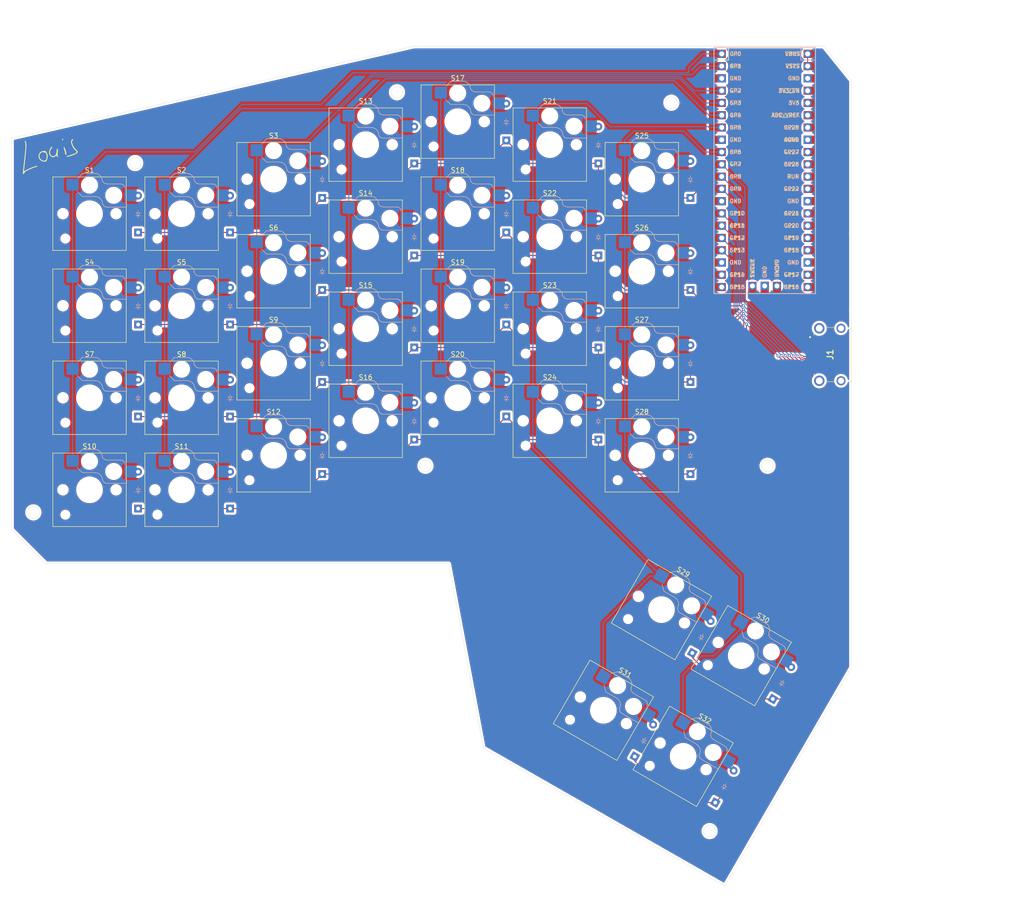
<source format=kicad_pcb>
(kicad_pcb (version 20241229) (generator "pcbnew") (generator_version "9.0")
  (layers (0 "F.Cu" signal) (2 "B.Cu" signal) (13 "F.Paste" user) (15 "B.Paste" user) (5 "F.SilkS" user "F.Silkscreen") (7 "B.SilkS" user "B.Silkscreen") (1 "F.Mask" user) (3 "B.Mask" user) (25 "Edge.Cuts" user))
  (net 0 "")
  (net 1 "Net-(D1-A)")
  (net 2 "Row 0")
  (net 3 "Net-(D2-A)")
  (net 4 "Net-(D3-A)")
  (net 5 "Row 1")
  (net 6 "Net-(D4-A)")
  (net 7 "Net-(D5-A)")
  (net 8 "Net-(D6-A)")
  (net 9 "Net-(D7-A)")
  (net 10 "Row 2")
  (net 11 "Net-(D8-A)")
  (net 12 "Net-(D9-A)")
  (net 13 "Row 3")
  (net 14 "Net-(D10-A)")
  (net 15 "Net-(D11-A)")
  (net 16 "Net-(D12-A)")
  (net 17 "Net-(D13-A)")
  (net 18 "Net-(D14-A)")
  (net 19 "Net-(D15-A)")
  (net 20 "Net-(D16-A)")
  (net 21 "Net-(D17-A)")
  (net 22 "Net-(D18-A)")
  (net 23 "Net-(D19-A)")
  (net 24 "Net-(D20-A)")
  (net 25 "Net-(D21-A)")
  (net 26 "Net-(D22-A)")
  (net 27 "Net-(D23-A)")
  (net 28 "Net-(D24-A)")
  (net 29 "Net-(D25-A)")
  (net 30 "Net-(D26-A)")
  (net 31 "Net-(D27-A)")
  (net 32 "Net-(D28-A)")
  (net 33 "Row 4")
  (net 34 "Net-(D29-A)")
  (net 35 "Net-(D30-A)")
  (net 36 "Net-(D31-A)")
  (net 37 "Net-(D32-A)")
  (net 38 "Col 0")
  (net 39 "Col 1")
  (net 40 "Col 2")
  (net 41 "Col 3")
  (net 42 "Col 4")
  (net 43 "Col 5")
  (net 44 "Col 6")
  (net 45 "Row 5")
  (net 46 "Col 12")
  (net 47 "Col 7")
  (net 48 "Col 9")
  (net 49 "Col 10")
  (net 50 "Col 8")
  (net 51 "Col 13")
  (net 52 "Col 11")
  (net 66 "Net-(U1-RUN)")
  (net 69 "Net-(SW1-Pad4)")
  (net 71 "Net-(U1-VBUS)")
  (footprint "ScottoKeebs_Hotswap:Hotswap_Choc_V1V2_1.00u" (layer "F.Cu") (at 113.775 125.18125)
    (property "Reference" "S9")
    (property "Value" "Keyswitch")
  )
  (footprint "ScottoKeebs_Hotswap:Hotswap_Choc_V1V2_1.00u" (layer "F.Cu") (at 189.975 106.13125)
    (property "Reference" "S26")
    (property "Value" "Keyswitch")
  )
  (footprint "ScottoKeebs_Hotswap:Hotswap_Choc_V1V2_1.00u" (layer "F.Cu") (at 132.825 137.0875)
    (property "Reference" "S16")
    (property "Value" "Keyswitch")
  )
  (footprint "ScottoKeebs_Hotswap:Hotswap_Choc_V1V2_1.00u" (layer "F.Cu") (at 170.925 79.9375)
    (property "Reference" "S21")
    (property "Value" "Keyswitch")
  )
  (footprint "ScottoKeebs_Hotswap:Hotswap_Choc_V1V2_1.00u" (layer "F.Cu") (at 75.675 113.275)
    (property "Reference" "S4")
    (property "Value" "Keyswitch")
  )
  (footprint "ScottoKeebs_Hotswap:Hotswap_Choc_V1V2_1.00u" (layer "F.Cu") (at 194.044229 176.167466 -30)
    (property "Reference" "S29")
    (property "Value" "Keyswitch")
  )
  (footprint "ScottoKeebs_Hotswap:Hotswap_Choc_V1V2_1.00u" (layer "F.Cu") (at 94.725 113.275)
    (property "Reference" "S5")
    (property "Value" "Keyswitch")
  )
  (footprint "ScottoKeebs_Hotswap:Hotswap_Choc_V1V2_1.00u" (layer "F.Cu") (at 170.925 137.0875)
    (property "Reference" "S24")
    (property "Value" "Keyswitch")
  )
  (footprint "ScottoKeebs_Hotswap:Hotswap_Choc_V1V2_1.00u" (layer "F.Cu") (at 210.542013 185.692464 -30)
    (property "Reference" "S30")
    (property "Value" "Keyswitch")
  )
  (footprint "ScottoKeebs_Hotswap:Hotswap_Choc_V1V2_1.00u" (layer "F.Cu") (at 113.775 106.13125)
    (property "Reference" "S6")
    (property "Value" "Keyswitch")
  )
  (footprint "ScottoKeebs_Hotswap:Hotswap_Choc_V1V2_1.00u" (layer "F.Cu") (at 94.725 132.325)
    (property "Reference" "S8")
    (property "Value" "Keyswitch")
  )
  (footprint "ScottoKeebs_Hotswap:Hotswap_Choc_V1V2_1.00u" (layer "F.Cu") (at 132.825 79.9375)
    (property "Reference" "S13")
    (property "Value" "Keyswitch")
  )
  (footprint "ScottoKeebs_Hotswap:Hotswap_Choc_V1V2_1.00u" (layer "F.Cu") (at 151.875 113.275)
    (property "Reference" "S19")
    (property "Value" "Keyswitch")
  )
  (footprint "ScottoKeebs_Hotswap:Hotswap_Choc_V1V2_1.00u" (layer "F.Cu") (at 170.925 98.9875)
    (property "Reference" "S22")
    (property "Value" "Keyswitch")
  )
  (footprint "PCM_685119136923:685119136923" (layer "F.Cu") (at 228.95 123.38 90)
    (property "Reference" "J1")
    (property "Value" "HDMI_C_1.4" (hide yes))
  )
  (footprint "ScottoKeebs_Hotswap:Hotswap_Choc_V1V2_1.00u" (layer "F.Cu") (at 75.675 94.225)
    (property "Reference" "S1")
    (property "Value" "Keyswitch")
  )
  (footprint "ScottoKeebs_Hotswap:Hotswap_Choc_V1V2_1.50u_90deg" (layer "F.Cu") (at 182.019229 196.995377 -30)
    (property "Reference" "S31")
    (property "Value" "Keyswitch")
  )
  (footprint "ScottoKeebs_Hotswap:Hotswap_Choc_V1V2_1.00u" (layer "F.Cu") (at 189.975 125.18125)
    (property "Reference" "S27")
    (property "Value" "Keyswitch")
  )
  (footprint "ScottoKeebs_Hotswap:Hotswap_Choc_V1V2_1.00u" (layer "F.Cu") (at 170.925 118.0375)
    (property "Reference" "S23")
    (property "Value" "Keyswitch")
  )
  (footprint "ScottoKeebs_Hotswap:Hotswap_Choc_V1V2_1.00u" (layer "F.Cu") (at 132.825 98.9875)
    (property "Reference" "S14")
    (property "Value" "Keyswitch")
  )
  (footprint "ScottoKeebs_Hotswap:Hotswap_Choc_V1V2_1.00u" (layer "F.Cu") (at 75.675 151.375)
    (property "Reference" "S10")
    (property "Value" "Keyswitch")
  )
  (footprint "ScottoKeebs_Hotswap:Hotswap_Choc_V1V2_1.00u" (layer "F.Cu") (at 151.875 75.175)
    (property "Reference" "S17")
    (property "Value" "Keyswitch")
  )
  (footprint "ScottoKeebs_Hotswap:Hotswap_Choc_V1V2_1.00u" (layer "F.Cu") (at 94.725 151.375)
    (property "Reference" "S11")
    (property "Value" "Keyswitch")
  )
  (footprint "ScottoKeebs_Hotswap:Hotswap_Choc_V1V2_1.00u" (layer "F.Cu") (at 75.675 132.325)
    (property "Reference" "S7")
    (property "Value" "Keyswitch")
  )
  (footprint "LOGO" (layer "F.Cu") (at 66.675 80.9625 30)
    (property "Reference" "G***" (hide yes))
    (property "Value" "LOGO" (hide yes))
  )
  (footprint "ScottoKeebs_Hotswap:Hotswap_Choc_V1V2_1.00u" (layer "F.Cu") (at 113.775 87.08125)
    (property "Reference" "S3")
    (property "Value" "Keyswitch")
  )
  (footprint "ScottoKeebs_Hotswap:Hotswap_Choc_V1V2_1.50u_90deg" (layer "F.Cu") (at 198.517013 206.520375 -30)
    (property "Reference" "S32")
    (property "Value" "Keyswitch")
  )
  (footprint "ScottoKeebs_Hotswap:Hotswap_Choc_V1V2_1.00u" (layer "F.Cu") (at 189.975 87.08125)
    (property "Reference" "S25")
    (property "Value" "Keyswitch")
  )
  (footprint "ScottoKeebs_MCU:Raspberry_Pi_Pico" (layer "F.Cu") (at 215.4 85.28)
    (property "Reference" "U1" (hide yes))
    (property "Value" "Raspberry_Pi_Pico" (hide yes))
  )
  (footprint "ScottoKeebs_Hotswap:Hotswap_Choc_V1V2_1.00u" (layer "F.Cu") (at 151.875 132.325)
    (property "Reference" "S20")
    (property "Value" "Keyswitch")
  )
  (footprint "ScottoKeebs_Hotswap:Hotswap_Choc_V1V2_1.00u" (layer "F.Cu") (at 151.875 94.225)
    (property "Reference" "S18")
    (property "Value" "Keyswitch")
  )
  (footprint "ScottoKeebs_Hotswap:Hotswap_Choc_V1V2_1.00u" (layer "F.Cu") (at 94.725 94.225)
    (property "Reference" "S2")
    (property "Value" "Keyswitch")
  )
  (footprint "ScottoKeebs_Hotswap:Hotswap_Choc_V1V2_1.00u" (layer "F.Cu") (at 132.825 118.0375)
    (property "Reference" "S15")
    (property "Value" "Keyswitch")
  )
  (footprint "ScottoKeebs_Hotswap:Hotswap_Choc_V1V2_1.00u" (layer "F.Cu") (at 189.975 144.23125)
    (property "Reference" "S28")
    (property "Value" "Keyswitch")
  )
  (footprint "ScottoKeebs_Hotswap:Hotswap_Choc_V1V2_1.00u" (layer "F.Cu") (at 113.775 144.23125)
    (property "Reference" "S12")
    (property "Value" "Keyswitch")
  )
  (footprint "ScottoKeebs_Components:Diode_DO-35" (layer "B.Cu") (at 142.875 140.97 90)
    (property "Reference" "D16" (hide yes))
    (property "Value" "Diode" (hide yes))
  )
  (footprint "ScottoKeebs_Components:Diode_DO-35" (layer "B.Cu") (at 85.725 136.2075 90)
    (property "Reference" "D7" (hide yes))
    (property "Value" "Diode" (hide yes))
  )
  (footprint "ScottoKeebs_Components:Diode_DO-35" (layer "B.Cu") (at 104.775 117.1575 90)
    (property "Reference" "D5" (hide yes))
    (property "Value" "Diode" (hide yes))
  )
  (footprint "ScottoKeebs_Components:Diode_DO-35" (layer "B.Cu") (at 85.725 155.2575 90)
    (property "Reference" "D10" (hide yes))
    (property "Value" "Diode" (hide yes))
  )
  (footprint "ScottoKeebs_Components:Diode_DO-35" (layer "B.Cu") (at 161.925 117.1575 90)
    (property "Reference" "D19" (hide yes))
    (property "Value" "Diode" (hide yes))
  )
  (footprint "ScottoKeebs_Components:Diode_DO-35" (layer "B.Cu") (at 200.025 110.01375 90)
    (property "Reference" "D26" (hide yes))
    (property "Value" "Diode" (hide yes))
  )
  (footprint "ScottoKeebs_Components:Diode_DO-35" (layer "B.Cu") (at 123.825 129.06375 90)
    (property "Reference" "D9" (hide yes))
    (property "Value" "Diode" (hide yes))
  )
  (footprint "ScottoKeebs_Components:Diode_DO-35" (layer "B.Cu") (at 188.50714 206.566774 60)
    (property "Reference" "D31" (hide yes))
    (property "Value" "Diode" (hide yes))
  )
  (footprint "ScottoKeebs_Components:Diode_DO-35" (layer "B.Cu") (at 104.775 136.2075 90)
    (property "Reference" "D8" (hide yes))
    (property "Value" "Diode" (hide yes))
  )
  (footprint "ScottoKeebs_Components:Diode_DO-35" (layer "B.Cu") (at 142.875 121.92 90)
    (property "Reference" "D15" (hide yes))
    (property "Value" "Diode" (hide yes))
  )
  (footprint "ScottoKeebs_Components:Diode_DO-35" (layer "B.Cu") (at 123.825 90.96375 90)
    (property "Reference" "D3" (hide yes))
    (property "Value" "Diode" (hide yes))
  )
  (footprint "ScottoKeebs_Components:Diode_DO-35" (layer "B.Cu") (at 217.08214 194.660524 60)
    (property "Reference" "D30" (hide yes))
    (property "Value" "Diode" (hide yes))
  )
  (footprint "ScottoKeebs_Components:Diode_DO-35" (layer "B.Cu") (at 104.775 98.1075 90)
    (property "Reference" "D2" (hide yes))
    (property "Value" "Diode" (hide yes))
  )
  (footprint "ScottoKeebs_Components:Diode_DO-35" (layer "B.Cu") (at 161.925 136.2075 90)
    (property "Reference" "D20" (hide yes))
    (property "Value" "Diode" (hide yes))
  )
  (footprint "ScottoKeebs_Components:Diode_DO-35" (layer "B.Cu") (at 161.925 98.1075 90)
    (property "Reference" "D18" (hide yes))
    (property "Value" "Diode" (hide yes))
  )
  (footprint "ScottoKeebs_Components:Diode_DO-35" (layer "B.Cu") (at 200.025 148.11375 90)
    (property "Reference" "D28" (hide yes))
    (property "Value" "Diode" (hide yes))
  )
  (footprint "ScottoKeebs_Components:Diode_DO-35" (layer "B.Cu") (at 142.875 102.87 90)
    (property "Reference" "D14" (hide yes))
    (property "Value" "Diode" (hide yes))
  )
  (footprint "ScottoKeebs_Components:Diode_DO-35" (layer "B.Cu") (at 205.17589 216.091774 60)
    (property "Reference" "D32" (hide yes))
    (property "Value" "Diode" (hide yes))
  )
  (footprint "ScottoKeebs_Components:Diode_DO-35" (layer "B.Cu") (at 85.725 98.1075 90)
    (property "Reference" "D1" (hide yes))
    (property "Value" "Diode" (hide yes))
  )
  (footprint "ScottoKeebs_Components:Diode_DO-35" (layer "B.Cu") (at 180.975 140.97 90)
    (property "Reference" "D24" (hide yes))
    (property "Value" "Diode" (hide yes))
  )
  (footprint "ScottoKeebs_Components:Diode_DO-35" (layer "B.Cu") (at 85.725 117.1575 90)
    (property "Reference" "D4" (hide yes))
    (property "Value" "Diode" (hide yes))
  )
  (footprint "ScottoKeebs_Components:Diode_DO-35" (layer "B.Cu") (at 104.775 155.2575 90)
    (property "Reference" "D11" (hide yes))
    (property "Value" "Diode" (hide yes))
  )
  (footprint "ScottoKeebs_Components:Diode_DO-35" (layer "B.Cu") (at 123.825 148.11375 90)
    (property "Reference" "D12" (hide yes))
    (property "Value" "Diode" (hide yes))
  )
  (footprint "ScottoKeebs_Components:Diode_DO-35" (layer "B.Cu") (at 142.875 83.82 90)
    (property "Reference" "D13" (hide yes))
    (property "Value" "Diode" (hide yes))
  )
  (footprint "ScottoKeebs_Components:Diode_DO-35" (layer "B.Cu") (at 200.025 129.06375 90)
    (property "Reference" "D27" (hide yes))
    (property "Value" "Diode" (hide yes))
  )
  (footprint "ScottoKeebs_Components:Diode_DO-35" (layer "B.Cu") (at 180.975 102.87 90)
    (property "Reference" "D22" (hide yes))
    (property "Value" "Diode" (hide yes))
  )
  (footprint "ScottoKeebs_Components:Diode_DO-35" (layer "B.Cu") (at 123.825 110.01375 90)
    (property "Reference" "D6" (hide yes))
    (property "Value" "Diode" (hide yes))
  )
  (footprint "ScottoKeebs_Components:Diode_DO-35" (layer "B.Cu") (at 180.975 121.92 90)
    (property "Reference" "D23" (hide yes))
    (property "Value" "Diode" (hide yes))
  )
  (footprint "ScottoKeebs_Components:Diode_DO-35" (layer "B.Cu") (at 200.025 90.96375 90)
    (property "Reference" "D25" (hide yes))
    (property "Value" "Diode" (hide yes))
  )
  (footprint "ScottoKeebs_Components:Diode_DO-35" (layer "B.Cu") (at 200.41339 185.135524 60)
    (property "Reference" "D29" (hide yes))
    (property "Value" "Diode" (hide yes))
  )
  (footprint "ScottoKeebs_Components:Diode_DO-35" (layer "B.Cu") (at 180.975 83.82 90)
    (property "Reference" "D21" (hide yes))
    (property "Value" "Diode" (hide yes))
  )
  (footprint "ScottoKeebs_Components:Diode_DO-35" (layer "B.Cu") (at 161.925 79.0575 90)
    (property "Reference" "D17" (hide yes))
    (property "Value" "Diode" (hide yes))
  )
  (gr_line (start 173.83125 214.3125) (end 157.1625 204.7875) (stroke (width 0.05)) (layer "Edge.Cuts"))
  (gr_circle (center 216 146.4) (end 217.2 146.4) (stroke (width 0.05)) (fill no) (layer "Edge.Cuts"))
  (gr_line (start 233.3625 66.675) (end 233.3625 188.11875) (stroke (width 0.05)) (layer "Edge.Cuts"))
  (gr_line (start 133.35 166.6875) (end 150.01875 166.6875) (stroke (width 0.05)) (layer "Edge.Cuts"))
  (gr_line (start 66.675 166.6875) (end 59.53125 159.54375) (stroke (width 0.05)) (layer "Edge.Cuts"))
  (gr_line (start 59.53125 78.58125) (end 142.875 59.53125) (stroke (width 0.05)) (layer "Edge.Cuts"))
  (gr_line (start 59.53125 159.54375) (end 59.53125 78.58125) (stroke (width 0.05)) (layer "Edge.Cuts"))
  (gr_circle (center 196.08 71.26) (end 197.28 71.26) (stroke (width 0.05)) (fill no) (layer "Edge.Cuts"))
  (gr_circle (center 145.2 146.4) (end 146.4 146.4) (stroke (width 0.05)) (fill no) (layer "Edge.Cuts"))
  (gr_line (start 157.1625 204.7875) (end 150.01875 166.6875) (stroke (width 0.05)) (layer "Edge.Cuts"))
  (gr_line (start 133.35 166.6875) (end 66.675 166.6875) (stroke (width 0.05)) (layer "Edge.Cuts"))
  (gr_circle (center 64.05 156.04) (end 65.25 156.04) (stroke (width 0.05)) (fill no) (layer "Edge.Cuts"))
  (gr_circle (center 139.3 69.1) (end 140.5 69.1) (stroke (width 0.05)) (fill no) (layer "Edge.Cuts"))
  (gr_line (start 207.16875 233.3625) (end 233.3625 188.11875) (stroke (width 0.05)) (layer "Edge.Cuts"))
  (gr_line (start 142.875 59.53125) (end 227.6 59.53125) (stroke (width 0.05)) (layer "Edge.Cuts"))
  (gr_line (start 227.6 59.53125) (end 233.3625 66.675) (stroke (width 0.05)) (layer "Edge.Cuts"))
  (gr_circle (center 85.13 83.76) (end 86.33 83.76) (stroke (width 0.05)) (fill no) (layer "Edge.Cuts"))
  (gr_line (start 207.16875 233.3625) (end 173.83125 214.3125) (stroke (width 0.05)) (layer "Edge.Cuts"))
  (gr_circle (center 204 222) (end 205.2 222) (stroke (width 0.05)) (fill no) (layer "Edge.Cuts"))
  (segment (start 85.6625 90.425) (end 85.725 90.4875) (width 0.2) (layer "B.Cu") (net 1))
  (segment (start 84.175 90.425) (end 85.6625 90.425) (width 0.2) (layer "B.Cu") (net 1))
  (segment (start 222.290264 123.736367) (end 222.290264 123.736366) (width 0.2) (layer "F.Cu") (net 2))
  (segment (start 225.65 124.18) (end 223.546102 124.18) (width 0.2) (layer "F.Cu") (net 2))
  (segment (start 204.43875 86.55) (end 206.31 86.55) (width 0.2) (layer "F.Cu") (net 2))
  (segment (start 223.371728 124.354374) (end 222.908271 124.354374) (width 0.2) (layer "F.Cu") (net 2))
  (segment (start 186.517608 90.96375) (end 200.025 90.96375) (width 0.2) (layer "F.Cu") (net 2))
  (segment (start 85.725 98.1075) (end 104.775 98.1075) (width 0.2) (layer "F.Cu") (net 2))
  (segment (start 142.875 83.82) (end 157.1625 83.82) (width 0.2) (layer "F.Cu") (net 2))
  (segment (start 223.546102 124.18) (end 223.371728 124.354374) (width 0.2) (layer "F.Cu") (net 2))
  (segment (start 104.775 98.1075) (end 116.68125 98.1075) (width 0.2) (layer "F.Cu") (net 2))
  (segment (start 180.975 85.421142) (end 186.517608 90.96375) (width 0.2) (layer "F.Cu") (net 2))
  (segment (start 116.68125 98.1075) (end 123.825 90.96375) (width 0.2) (layer "F.Cu") (net 2))
  (segment (start 200.025 90.96375) (end 204.43875 86.55) (width 0.2) (layer "F.Cu") (net 2))
  (segment (start 161.925 79.0575) (end 166.6875 83.82) (width 0.2) (layer "F.Cu") (net 2))
  (segment (start 135.73125 90.96375) (end 142.875 83.82) (width 0.2) (layer "F.Cu") (net 2))
  (segment (start 222.908271 124.354374) (end 222.290264 123.736367) (width 0.2) (layer "F.Cu") (net 2))
  (segment (start 180.975 83.82) (end 180.975 85.421142) (width 0.2) (layer "F.Cu") (net 2))
  (segment (start 166.6875 83.82) (end 180.975 83.82) (width 0.2) (layer "F.Cu") (net 2))
  (segment (start 157.1625 83.82) (end 161.925 79.0575) (width 0.2) (layer "F.Cu") (net 2))
  (segment (start 123.825 90.96375) (end 135.73125 90.96375) (width 0.2) (layer "F.Cu") (net 2))
  (via (at 222.290264 123.736366) (size 0.6) (drill 0.3) (layers "F.Cu" "B.Cu") (net 2))
  (segment (start 210.93 90.97) (end 206.51 86.55) (width 0.2) (layer "B.Cu") (net 2))
  (segment (start 210.93 112.376102) (end 210.93 90.97) (width 0.2) (layer "B.Cu") (net 2))
  (segment (start 222.290264 123.736366) (end 210.93 112.376102) (width 0.2) (layer "B.Cu") (net 2))
  (segment (start 104.7125 90.425) (end 104.775 90.4875) (width 0.2) (layer "B.Cu") (net 3))
  (segment (start 103.225 90.425) (end 104.7125 90.425) (width 0.2) (layer "B.Cu") (net 3))
  (segment (start 135.73125 110.01375) (end 142.875 102.87) (width 0.2) (layer "F.Cu") (net 5))
  (segment (start 225.65 124.98) (end 222.727795 124.98) (width 0.2) (layer "F.Cu") (net 5))
  (segment (start 200.025 110.01375) (end 203.302352 113.291102) (width 0.2) (layer "F.Cu") (net 5))
  (segment (start 222.727795 124.98) (end 221.444638 123.696843) (width 0.2) (layer "F.Cu") (net 5))
  (segment (start 85.725 117.1575) (end 104.775 117.1575) (width 0.2) (layer "F.Cu") (net 5))
  (segment (start 180.975 102.87) (end 180.975 104.471142) (width 0.2) (layer "F.Cu") (net 5))
  (segment (start 166.6875 102.87) (end 180.975 102.87) (width 0.2) (layer "F.Cu") (net 5))
  (segment (start 186.517608 110.01375) (end 200.025 110.01375) (width 0.2) (layer "F.Cu") (net 5))
  (segment (start 116.68125 117.1575) (end 123.825 110.01375) (width 0.2) (layer "F.Cu") (net 5))
  (segment (start 123.825 110.01375) (end 135.73125 110.01375) (width 0.2) (layer "F.Cu") (net 5))
  (segment (start 142.875 102.87) (end 157.1625 102.87) (width 0.2) (layer "F.Cu") (net 5))
  (segment (start 180.975 104.471142) (end 186.517608 110.01375) (width 0.2) (layer "F.Cu") (net 5))
  (segment (start 157.1625 102.87) (end 161.925 98.1075) (width 0.2) (layer "F.Cu") (net 5))
  (segment (start 104.775 117.1575) (end 116.68125 117.1575) (width 0.2) (layer "F.Cu") (net 5))
  (segment (start 203.302352 113.291102) (end 211.038898 113.291102) (width 0.2) (layer "F.Cu") (net 5))
  (segment (start 161.925 98.1075) (end 166.6875 102.87) (width 0.2) (layer "F.Cu") (net 5))
  (via (at 211.038898 113.291102) (size 0.6) (drill 0.3) (layers "F.Cu" "B.Cu") (net 5))
  (via (at 221.444638 123.696843) (size 0.6) (drill 0.3) (layers "F.Cu" "B.Cu") (net 5))
  (segment (start 221.444638 123.696843) (end 211.038898 113.291102) (width 0.2) (layer "B.Cu") (net 5))
  (segment (start 210.56 112.812205) (end 210.56 93.14) (width 0.2) (layer "B.Cu") (net 5))
  (segment (start 210.56 93.14) (end 206.51 89.09) (width 0.2) (layer "B.Cu") (net 5))
  (segment (start 211.038898 113.291102) (end 210.56 112.812205) (width 0.2) (layer "B.Cu") (net 5))
  (segment (start 84.175 109.475) (end 85.6625 109.475) (width 0.2) (layer "B.Cu") (net 6))
  (segment (start 85.6625 109.475) (end 85.725 109.5375) (width 0.2) (layer "B.Cu") (net 6))
  (segment (start 103.225 109.475) (end 104.7125 109.475) (width 0.2) (layer "B.Cu") (net 7))
  (segment (start 104.7125 109.475) (end 104.775 109.5375) (width 0.2) (layer "B.Cu") (net 7))
  (segment (start 85.6625 128.525) (end 85.725 128.5875) (width 0.2) (layer "B.Cu") (net 9))
  (segment (start 84.175 128.525) (end 85.6625 128.525) (width 0.2) (layer "B.Cu") (net 9))
  (segment (start 166.6875 121.92) (end 180.975 121.92) (width 0.2) (layer "F.Cu") (net 10))
  (segment (start 123.825 129.06375) (end 135.73125 129.06375) (width 0.2) (layer "F.Cu") (net 10))
  (segment (start 186.517608 129.06375) (end 200.025 129.06375) (width 0.2) (layer "F.Cu") (net 10))
  (segment (start 180.975 123.521142) (end 186.517608 129.06375) (width 0.2) (layer "F.Cu") (net 10))
  (segment (start 157.1625 121.92) (end 161.925 117.1575) (width 0.2) (layer "F.Cu") (net 10))
  (segment (start 135.73125 129.06375) (end 142.875 121.92) (width 0.2) (layer "F.Cu") (net 10))
  (segment (start 104.775 136.2075) (end 116.68125 136.2075) (width 0.2) (layer "F.Cu") (net 10))
  (segment (start 180.975 121.92) (end 180.975 123.521142) (width 0.2) (layer "F.Cu") (net 10))
  (segment (start 222.321693 125.38) (end 220.538369 123.596676) (width 0.2) (layer "F.Cu") (net 10))
  (segment (start 161.925 117.1575) (end 166.6875 121.92) (width 0.2) (layer "F.Cu") (net 10))
  (segment (start 200.025 129.06375) (end 200.025 125.085) (width 0.2) (layer "F.Cu") (net 10))
  (segment (start 116.68125 136.2075) (end 123.825 129.06375) (width 0.2) (layer "F.Cu") (net 10))
  (segment (start 142.875 121.92) (end 157.1625 121.92) (width 0.2) (layer "F.Cu") (net 10))
  (segment (start 225.65 125.38) (end 222.321693 125.38) (width 0.2) (layer "F.Cu") (net 10))
  (segment (start 85.725 136.2075) (end 104.775 136.2075) (width 0.2) (layer "F.Cu") (net 10))
  (segment (start 200.025 125.085) (end 211.025847 114.084153) (width 0.2) (layer "F.Cu") (net 10))
  (via (at 220.538369 123.596676) (size 0.6) (drill 0.3) (layers "F.Cu" "B.Cu") (net 10))
  (via (at 211.025847 114.084153) (size 0.6) (drill 0.3) (layers "F.Cu" "B.Cu") (net 10))
  (segment (start 210.19 97.85) (end 206.51 94.17) (width 0.2) (layer "B.Cu") (net 10))
  (segment (start 220.538369 123.596676) (end 211.025847 114.084153) (width 0.2) (layer "B.Cu") (net 10))
  (segment (start 211.025847 114.084153) (end 210.19 113.248307) (width 0.2) (layer "B.Cu") (net 10))
  (segment (start 210.19 113.248307) (end 210.19 97.85) (width 0.2) (layer "B.Cu") (net 10))
  (segment (start 103.225 128.525) (end 104.7125 128.525) (width 0.2) (layer "B.Cu") (net 11))
  (segment (start 104.7125 128.525) (end 104.775 128.5875) (width 0.2) (layer "B.Cu") (net 11))
  (segment (start 180.975 140.97) (end 180.975 142.571142) (width 0.2) (layer "F.Cu") (net 13))
  (segment (start 142.875 140.97) (end 157.1625 140.97) (width 0.2) (layer "F.Cu") (net 13))
  (segment (start 203.239375 122.720625) (end 203.239375 144.899375) (width 0.2) (layer "F.Cu") (net 13))
  (segment (start 166.6875 140.97) (end 180.975 140.97) (width 0.2) (layer "F.Cu") (net 13))
  (segment (start 203.239375 144.899375) (end 200.025 148.11375) (width 0.2) (layer "F.Cu") (net 13))
  (segment (start 123.825 148.11375) (end 135.73125 148.11375) (width 0.2) (layer "F.Cu") (net 13))
  (segment (start 104.775 155.2575) (end 116.68125 155.2575) (width 0.2) (layer "F.Cu") (net 13))
  (segment (start 221.915591 125.78) (end 219.764406 123.628815) (width 0.2) (layer "F.Cu") (net 13))
  (segment (start 157.1625 140.97) (end 161.925 136.2075) (width 0.2) (layer "F.Cu") (net 13))
  (segment (start 135.73125 148.11375) (end 142.875 140.97) (width 0.2) (layer "F.Cu") (net 13))
  (segment (start 180.975 142.571142) (end 186.517608 148.11375) (width 0.2) (layer "F.Cu") (net 13))
  (segment (start 161.925 136.2075) (end 166.6875 140.97) (width 0.2) (layer "F.Cu") (net 13))
  (segment (start 225.65 125.78) (end 221.915591 125.78) (width 0.2) (layer "F.Cu") (net 13))
  (segment (start 116.68125 155.2575) (end 123.825 148.11375) (width 0.2) (layer "F.Cu") (net 13))
  (segment (start 85.725 155.2575) (end 104.775 155.2575) (width 0.2) (layer "F.Cu") (net 13))
  (segment (start 186.517608 148.11375) (end 200.025 148.11375) (width 0.2) (layer "F.Cu") (net 13))
  (segment (start 211.047796 114.912204) (end 203.239375 122.720625) (width 0.2) (layer "F.Cu") (net 13))
  (via (at 219.764406 123.628815) (size 0.6) (drill 0.3) (layers "F.Cu" "B.Cu") (net 13))
  (via (at 211.047796 114.912204) (size 0.6) (drill 0.3) (layers "F.Cu" "B.Cu") (net 13))
  (segment (start 209.82 100.02) (end 206.51 96.71) (width 0.2) (layer "B.Cu") (net 13))
  (segment (start 211.047796 114.912204) (end 209.82 113.684409) (width 0.2) (layer "B.Cu") (net 13))
  (segment (start 209.82 113.684409) (end 209.82 100.02) (width 0.2) (layer "B.Cu") (net 13))
  (segment (start 219.764406 123.628815) (end 211.047796 114.912204) (width 0.2) (layer "B.Cu") (net 13))
  (segment (start 84.175 147.575) (end 85.6625 147.575) (width 0.2) (layer "B.Cu") (net 14))
  (segment (start 85.6625 147.575) (end 85.725 147.6375) (width 0.2) (layer "B.Cu") (net 14))
  (segment (start 103.225 147.575) (end 104.7125 147.575) (width 0.2) (layer "B.Cu") (net 15))
  (segment (start 104.7125 147.575) (end 104.775 147.6375) (width 0.2) (layer "B.Cu") (net 15))
  (segment (start 225.82 188.71) (end 225.82 178.4) (width 0.2) (layer "F.Cu") (net 33))
  (segment (start 225.82 178.4) (end 211.059745 163.639745) (width 0.2) (layer "F.Cu") (net 33))
  (segment (start 217.08214 194.660524) (end 219.869476 194.660524) (width 0.2) (layer "F.Cu") (net 33))
  (segment (start 200.41339 185.135524) (end 200.41339 186.059284) (width 0.2) (layer "F.Cu") (net 33))
  (segment (start 221.509489 126.18) (end 218.951273 123.621784) (width 0.2) (layer "F.Cu") (net 33))
  (segment (start 209.01463 194.660524) (end 217.08214 194.660524) (width 0.2) (layer "F.Cu") (net 33))
  (segment (start 211.059745 163.639745) (end 211.059745 115.730255) (width 0.2) (layer "F.Cu") (net 33))
  (segment (start 225.65 126.18) (end 221.509489 126.18) (width 0.2) (layer "F.Cu") (net 33))
  (segment (start 200.41339 186.059284) (end 209.01463 194.660524) (width 0.2) (layer "F.Cu") (net 33))
  (segment (start 219.869476 194.660524) (end 225.82 188.71) (width 0.2) (layer "F.Cu") (net 33))
  (via (at 211.059745 115.730255) (size 0.6) (drill 0.3) (layers "F.Cu" "B.Cu") (net 33))
  (via (at 218.951273 123.621784) (size 0.6) (drill 0.3) (layers "F.Cu" "B.Cu") (net 33))
  (segment (start 211.059745 115.730255) (end 209.45 114.120511) (width 0.2) (layer "B.Cu") (net 33))
  (segment (start 218.951273 123.621784) (end 211.059745 115.730255) (width 0.2) (layer "B.Cu") (net 33))
  (segment (start 209.45 102.19) (end 206.51 99.25) (width 0.2) (layer "B.Cu") (net 33))
  (segment (start 209.45 114.120511) (end 209.45 102.19) (width 0.2) (layer "B.Cu") (net 33))
  (segment (start 203.305445 177.618465) (end 204.22339 178.53641) (width 0.2) (layer "B.Cu") (net 34))
  (segment (start 203.305445 177.126569) (end 203.305445 177.618465) (width 0.2) (layer "B.Cu") (net 34))
  (segment (start 219.803229 186.651567) (end 219.803229 186.972499) (width 0.2) (layer "B.Cu") (net 35))
  (segment (start 219.803229 186.972499) (end 220.89214 188.06141) (width 0.2) (layer "B.Cu") (net 35))
  (segment (start 191.280445 197.95448) (end 192.31714 198.991175) (width 0.2) (layer "B.Cu") (net 36))
  (segment (start 192.31714 198.991175) (end 192.31714 199.96766) (width 0.2) (layer "B.Cu") (net 36))
  (segment (start 208.98589 208.687139) (end 208.98589 209.49266) (width 0.2) (layer "B.Cu") (net 37))
  (segment (start 207.778229 207.479478) (end 208.98589 208.687139) (width 0.2) (layer "B.Cu") (net 37))
  (segment (start 72.175 145.375) (end 72.175 88.225) (width 0.2) (layer "B.Cu") (net 38))
  (segment (start 202.53 61.15) (end 199.665 64.015) (width 0.2) (layer "B.Cu") (net 38))
  (segment (start 130.1875 65.075) (end 123.644525 71.617975) (width 0.2) (layer "B.Cu") (net 38))
  (segment (start 97.467157 81.417157) (end 78.982843 81.417157) (width 0.2) (layer "B.Cu") (net 38))
  (segment (start 78.982843 81.417157) (end 72.175 88.225) (width 0.2) (layer "B.Cu") (net 38))
  (segment (start 199.665 64.015) (end 199.665 65.075) (width 0.2) (layer "B.Cu") (net 38))
  (segment (start 199.665 65.075) (end 130.1875 65.075) (width 0.2) (layer "B.Cu") (net 38))
  (segment (start 107.266339 71.617975) (end 97.467157 81.417157) (width 0.2) (layer "B.Cu") (net 38))
  (segment (start 72.175 88.225) (end 72.752289 88.225) (width 0.2) (layer "B.Cu") (net 38))
  (segment (start 123.644525 71.617975) (end 107.266339 71.617975) (width 0.2) (layer "B.Cu") (net 38))
  (segment (start 206.51 61.15) (end 202.53 61.15) (width 0.2) (layer "B.Cu") (net 38))
  (segment (start 91.225 145.375) (end 91.225 88.225) (width 0.2) (layer "B.Cu") (net 39))
  (segment (start 91.225 88.225) (end 106.9625 72.4875) (width 0.2) (layer "B.Cu") (net 39))
  (segment (start 200.345 65.475) (end 202.13 63.69) (width 0.2) (layer "B.Cu") (net 39))
  (segment (start 133.984314 65.475) (end 200.345 65.475) (width 0.2) (layer "B.Cu") (net 39))
  (segment (start 126.971814 72.4875) (end 133.984314 65.475) (width 0.2) (layer "B.Cu") (net 39))
  (segment (start 106.9625 72.4875) (end 126.971814 72.4875) (width 0.2) (layer "B.Cu") (net 39))
  (segment (start 202.13 63.69) (end 206.51 63.69) (width 0.2) (layer "B.Cu") (net 39))
  (segment (start 134.15 65.875) (end 120.71875 79.30625) (width 0.2) (layer "B.Cu") (net 40))
  (segment (start 120.71875 79.30625) (end 112.05 79.30625) (width 0.2) (layer "B.Cu") (net 40))
  (segment (start 200.82 68.77) (end 197.925 65.875) (width 0.2) (layer "B.Cu") (net 40))
  (segment (start 112.05 79.30625) (end 110.275 81.08125) (width 0.2) (layer "B.Cu") (net 40))
  (segment (start 197.925 65.875) (end 134.15 65.875) (width 0.2) (layer "B.Cu") (net 40))
  (segment (start 110.275 138.23125) (end 110.275 81.08125) (width 0.2) (layer "B.Cu") (net 40))
  (segment (start 206.51 68.77) (end 200.82 68.77) (width 0.2) (layer "B.Cu") (net 40))
  (segment (start 129.325 131.0875) (end 129.325 73.9375) (width 0.2) (layer "B.Cu") (net 41))
  (segment (start 202.83674 71.31) (end 197.79674 66.27) (width 0.2) (layer "B.Cu") (net 41))
  (segment (start 206.51 71.31) (end 202.83674 71.31) (width 0.2) (layer "B.Cu") (net 41))
  (segment (start 196.325 66.275) (end 136.9875 66.275) (width 0.2) (layer "B.Cu") (net 41))
  (segment (start 136.9875 66.275) (end 129.325 73.9375) (width 0.2) (layer "B.Cu") (net 41))
  (segment (start 196.33 66.27) (end 196.325 66.275) (width 0.2) (layer "B.Cu") (net 41))
  (segment (start 197.79674 66.27) (end 196.33 66.27) (width 0.2) (layer "B.Cu") (net 41))
  (segment (start 150.875 66.675) (end 148.375 69.175) (width 0.2) (layer "B.Cu") (net 42))
  (segment (start 148.375 126.325) (end 148.375 69.175) (width 0.2) (layer "B.Cu") (net 42))
  (segment (start 203.86625 73.85) (end 196.69125 66.675) (width 0.2) (layer "B.Cu") (net 42))
  (segment (start 196.69125 66.675) (end 150.875 66.675) (width 0.2) (layer "B.Cu") (net 42))
  (segment (start 206.51 73.85) (end 203.86625 73.85) (width 0.2) (layer "B.Cu") (net 42))
  (segment (start 194.01314 169.221314) (end 191.637349 169.221314) (width 0.2) (layer "B.Cu") (net 43))
  (segment (start 167.425 131.0875) (end 167.425 73.9375) (width 0.2) (layer "B.Cu") (net 43))
  (segment (start 167.425 142.633174) (end 194.01314 169.221314) (width 0.2) (layer "B.Cu") (net 43))
  (segment (start 206.51 76.39) (end 203.86625 76.39) (width 0.2) (layer "B.Cu") (net 43))
  (segment (start 203.86625 76.39) (end 203.67625 76.2) (width 0.2) (layer "B.Cu") (net 43))
  (segment (start 169.925 71.4375) (end 167.425 73.9375) (width 0.2) (layer "B.Cu") (net 43))
  (segment (start 203.67625 76.2) (end 183.35625 76.2) (width 0.2) (layer "B.Cu") (net 43))
  (segment (start 167.425 131.0875) (end 167.425 142.633174) (width 0.2) (layer "B.Cu") (net 43))
  (segment (start 191.637349 169.221314) (end 181.98814 178.870523) (width 0.2) (layer "B.Cu") (net 43))
  (segment (start 181.98814 178.870523) (end 181.98814 190.049225) (width 0.2) (layer "B.Cu") (net 43))
  (segment (start 178.59375 71.4375) (end 169.925 71.4375) (width 0.2) (layer "B.Cu") (net 43))
  (segment (start 183.35625 76.2) (end 178.59375 71.4375) (width 0.2) (layer "B.Cu") (net 43))
  (segment (start 186.475 138.23125) (end 186.475 145.032826) (width 0.2) (layer "B.Cu") (net 44))
  (segment (start 210.510924 178.746312) (end 210.510924 180.104217) (width 0.2) (layer "B.Cu") (net 44))
  (segment (start 186.475 145.032826) (end 210.510924 169.06875) (width 0.2) (layer "B.Cu") (net 44))
  (segment (start 188.33 77.11) (end 198.62 77.11) (width 0.2) (layer "B.Cu") (net 44))
  (segment (start 186.475 81.08125) (end 186.475 78.965) (width 0.2) (layer "B.Cu") (net 44))
  (segment (start 186.475 78.965) (end 188.33 77.11) (width 0.2) (layer "B.Cu") (net 44))
  (segment (start 198.62 77.11) (end 202.98 81.47) (width 0.2) (layer "B.Cu") (net 44))
  (segment (start 210.510924 180.104217) (end 204.877641 185.7375) (width 0.2) (layer "B.Cu") (net 44))
  (segment (start 186.475 81.08125) (end 186.475 138.23125) (width 0.2) (layer "B.Cu") (net 44))
  (segment (start 202.40625 185.7375) (end 198.485924 189.657826) (width 0.2) (layer "B.Cu") (net 44))
  (segment (start 210.510924 169.06875) (end 210.510924 178.746312) (width 0.2) (layer "B.Cu") (net 44))
  (segment (start 198.485924 189.657826) (end 198.485924 199.574223) (width 0.2) (layer "B.Cu") (net 44))
  (segment (start 204.877641 185.7375) (end 202.40625 185.7375) (width 0.2) (layer "B.Cu") (net 44))
  (segment (start 202.98 81.47) (end 206.51 81.47) (width 0.2) (layer "B.Cu") (net 44))
  (segment (start 211.911629 163.96837) (end 211.629744 163.686485) (width 0.2) (layer "F.Cu") (net 45))
  (segment (start 213.26 208.007664) (end 213.26 201.835686) (width 0.2) (layer "F.Cu") (net 45))
  (segment (start 205.17589 216.091774) (end 213.26 208.007664) (width 0.2) (layer "F.Cu") (net 45))
  (segment (start 188.50714 206.566774) (end 188.50714 207.490534) (width 0.2) (layer "F.Cu") (net 45))
  (segment (start 226.19 178.246741) (end 226.19 178.24674) (width 0.2) (layer "F.Cu") (net 45))
  (segment (start 226.22 188.875686) (end 226.22 178.276741) (width 0.2) (layer "F.Cu") (net 45))
  (segment (start 225.65 126.98) (end 221.503387 126.98) (width 0.2) (layer "F.Cu") (net 45))
  (segment (start 188.50714 207.490534) (end 197.10838 216.091774) (width 0.2) (layer "F.Cu") (net 45))
  (segment (start 213.26 201.835686) (end 226.22 188.875686) (width 0.2) (layer "F.Cu") (net 45))
  (segment (start 197.10838 216.091774) (end 205.17589 216.091774) (width 0.2) (layer "F.Cu") (net 45))
  (segment (start 221.503387 126.98) (end 218.177132 123.653745) (width 0.2) (layer "F.Cu") (net 45))
  (segment (start 226.22 178.276741) (end 226.19 178.246741) (width 0.2) (layer "F.Cu") (net 45))
  (segment (start 211.629744 163.686485) (end 211.629744 117.106356) (width 0.2) (layer "F.Cu") (net 45))
  (segment (start 226.19 178.24674) (end 211.911629 163.96837) (width 0.2) (layer "F.Cu") (net 45))
  (via (at 218.177132 123.653745) (size 0.6) (drill 0.3) (layers "F.Cu" "B.Cu") (net 45))
  (via (at 211.629744 117.106356) (size 0.6) (drill 0.3) (layers "F.Cu" "B.Cu") (net 45))
  (segment (start 209.08 104.36) (end 206.51 101.79) (width 0.2) (layer "B.Cu") (net 45))
  (segment (start 218.177132 123.653745) (end 209.08 114.556613) (width 0.2) (layer "B.Cu") (net 45))
  (segment (start 209.08 114.556613) (end 209.08 104.36) (width 0.2) (layer "B.Cu") (net 45))
  (segment (start 224.29 96.71) (end 230.11924 96.71) (width 0.2) (layer "F.Cu") (net 46))
  (segment (start 224.77174 120.58) (end 225.65 120.58) (width 0.2) (layer "F.Cu") (net 46))
  (segment (start 222.99 118.79826) (end 224.77174 120.58) (width 0.2) (layer "F.Cu") (net 46))
  (segment (start 225.30674 114.65) (end 222.99 116.96674) (width 0.2) (layer "F.Cu") (net 46))
  (segment (start 225.59 96.71) (end 224.09 96.71) (width 0.2) (layer "F.Cu") (net 46))
  (segment (start 232.3925 113.37424) (end 231.11674 114.65) (width 0.2) (layer "F.Cu") (net 46))
  (segment (start 222.99 116.96674) (end 222.99 118.79826) (width 0.2) (layer "F.Cu") (net 46))
  (segment (start 232.3925 98.98326) (end 232.3925 113.37424) (width 0.2) (layer "F.Cu") (net 46))
  (segment (start 231.11674 114.65) (end 225.30674 114.65) (width 0.2) (layer "F.Cu") (net 46))
  (segment (start 230.11924 96.71) (end 232.3925 98.98326) (width 0.2) (layer "F.Cu") (net 46))
  (segment (start 225.65 123.78) (end 223.14 123.78) (width 0.2) (layer "F.Cu") (net 47))
  (via (at 223.14 123.78) (size 0.6) (drill 0.3) (layers "F.Cu" "B.Cu") (net 47))
  (segment (start 223.14 123.78) (end 211.3 111.94) (width 0.2) (layer "B.Cu") (net 47))
  (segment (start 211.3 111.94) (end 211.3 88.8) (width 0.2) (layer "B.Cu") (net 47))
  (segment (start 211.3 88.8) (end 206.51 84.01) (width 0.2) (layer "B.Cu") (net 47))
  (segment (start 224.84696 113.54) (end 230.65696 113.54) (width 0.2) (layer "F.Cu") (net 48))
  (segment (start 221.88 116.50696) (end 224.84696 113.54) (width 0.2) (layer "F.Cu") (net 48))
  (segment (start 231.2825 109.5) (end 228.6525 106.87) (width 0.2) (layer "F.Cu") (net 48))
  (segment (start 231.2825 112.91446) (end 231.2825 109.5) (width 0.2) (layer "F.Cu") (net 48))
  (segment (start 224.895 122.58) (end 221.88 119.565) (width 0.2) (layer "F.Cu") (net 48))
  (segment (start 228.6525 106.87) (end 224.29 106.87) (width 0.2) (layer "F.Cu") (net 48))
  (segment (start 230.65696 113.54) (end 231.2825 112.91446) (width 0.2) (layer "F.Cu") (net 48))
  (segment (start 225.65 122.58) (end 224.895 122.58) (width 0.2) (layer "F.Cu") (net 48))
  (segment (start 221.88 119.565) (end 221.88 116.50696) (width 0.2) (layer "F.Cu") (net 48))
  (segment (start 224.82674 121.78) (end 222.25 119.20326) (width 0.2) (layer "F.Cu") (net 49))
  (segment (start 224.29 101.79) (end 231.29 101.79) (width 0.2) (layer "F.Cu") (net 49))
  (segment (start 225.65 121.78) (end 224.82674 121.78) (width 0.2) (layer "F.Cu") (net 49))
  (segment (start 222.25 119.20326) (end 222.25 116.66022) (width 0.2) (layer "F.Cu") (net 49))
  (segment (start 222.25 116.66022) (end 225.00022 113.91) (width 0.2) (layer "F.Cu") (net 49))
  (segment (start 231.6525 102.1525) (end 231.6525 108.54) (width 0.2) (layer "F.Cu") (net 49))
  (segment (start 230.81022 113.91) (end 231.6525 113.06772) (width 0.2) (layer "F.Cu") (net 49))
  (segment (start 231.6525 113.06772) (end 231.6525 107.6525) (width 0.2) (layer "F.Cu") (net 49))
  (segment (start 225.00022 113.91) (end 230.81022 113.91) (width 0.2) (layer "F.Cu") (net 49))
  (segment (start 231.29 101.79) (end 231.6525 102.1525) (width 0.2) (layer "F.Cu") (net 49))
  (segment (start 221.48 116.3837) (end 224.6937 113.17) (width 0.2) (layer "F.Cu") (net 50))
  (segment (start 230.9125 112.28) (end 228.0425 109.41) (width 0.2) (layer "F.Cu") (net 50))
  (segment (start 230.9125 112.7612) (end 230.9125 112.28) (width 0.2) (layer "F.Cu") (net 50))
  (segment (start 230.5037 113.17) (end 230.9125 112.7612) (width 0.2) (layer "F.Cu") (net 50))
  (segment (start 228.0425 109.41) (end 224.29 109.41) (width 0.2) (layer "F.Cu") (net 50))
  (segment (start 224.77174 122.98) (end 221.48 119.68826) (width 0.2) (layer "F.Cu") (net 50))
  (segment (start 221.48 119.68826) (end 221.48 116.3837) (width 0.2) (layer "F.Cu") (net 50))
  (segment (start 225.65 122.98) (end 224.77174 122.98) (width 0.2) (layer "F.Cu") (net 50))
  (segment (start 224.6937 113.17) (end 230.5037 113.17) (width 0.2) (layer "F.Cu") (net 50))
  (segment (start 225.59 94.17) (end 224.09 94.17) (width 0.2) (layer "F.Cu") (net 51))
  (segment (start 225.46 115.02) (end 223.36 117.12) (width 0.2) (layer "F.Cu") (net 51))
  (segment (start 223.36 117.12) (end 223.36 118.645) (width 0.2) (layer "F.Cu") (net 51))
  (segment (start 228.1025 94.17) (end 232.7625 98.83) (width 0.2) (layer "F.Cu") (net 51))
  (segment (start 232.7625 113.5275) (end 231.27 115.02) (width 0.2) (layer "F.Cu") (net 51))
  (segment (start 224.895 120.18) (end 225.65 120.18) (width 0.2) (layer "F.Cu") (net 51))
  (segment (start 224.29 94.17) (end 228.1025 94.17) (width 0.2) (layer "F.Cu") (net 51))
  (segment (start 232.7625 98.83) (end 232.7625 113.5275) (width 0.2) (layer "F.Cu") (net 51))
  (segment (start 231.27 115.02) (end 225.46 115.02) (width 0.2) (layer "F.Cu") (net 51))
  (segment (start 223.36 118.645) (end 224.895 120.18) (width 0.2) (layer "F.Cu") (net 51))
  (segment (start 225.65 121.38) (end 225.645 121.385) (width 0.2) (layer "F.Cu") (net 52))
  (segment (start 232.0225 99.5625) (end 232.0225 113.22098) (width 0.2) (layer "F.Cu") (net 52))
  (segment (start 224.29 99.25) (end 231.71 99.25) (width 0.2) (layer "F.Cu") (net 52))
  (segment (start 230.96348 114.28) (end 225.15348 114.28) (width 0.2) (layer "F.Cu") (net 52))
  (segment (start 231.71 99.25) (end 232.0225 99.5625) (width 0.2) (layer "F.Cu") (net 52))
  (segment (start 225.15348 114.28) (end 222.62 116.81348) (width 0.2) (layer "F.Cu") (net 52))
  (segment (start 232.0225 113.22098) (end 230.96348 114.28) (width 0.2) (layer "F.Cu") (net 52))
  (segment (start 224.95 121.38) (end 225.65 121.38) (width 0.2) (layer "F.Cu") (net 52))
  (segment (start 222.62 119.05) (end 224.95 121.38) (width 0.2) (layer "F.Cu") (net 52))
  (segment (start 222.62 116.81348) (end 222.62 119.05) (width 0.2) (layer "F.Cu") (net 52))
  (segment (start 224.29 61.15) (end 224.29 63.69) (width 0.2) (layer "F.Cu") (net 71))
  (zone (net 0) (net_name "") (layers "F.Cu" "B.Cu") (connect_pads (clearance 0.5)) (min_thickness 0.25) (fill yes (thermal_gap 0.5) (thermal_bridge_width 0.5) (island_removal_mode 1) (island_area_min 10))
    (polygon (pts (xy 57.15 50.00625) (xy 57.15 228.6) (xy 269.08125 238.125) (xy 242.8875 54.76875)))
  )
)
</source>
